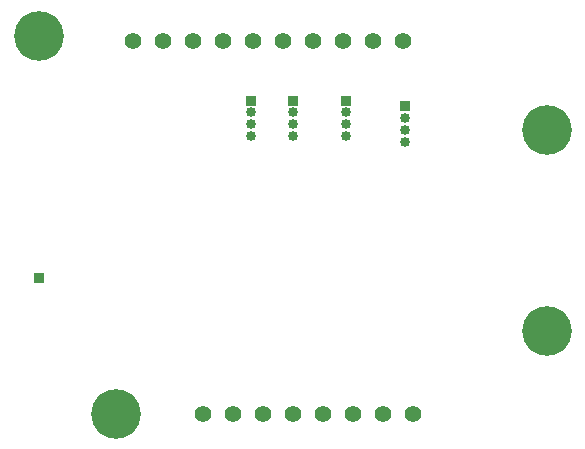
<source format=gbr>
%TF.GenerationSoftware,KiCad,Pcbnew,8.0.5*%
%TF.CreationDate,2024-11-24T20:26:59-06:00*%
%TF.ProjectId,Milestone2,4d696c65-7374-46f6-9e65-322e6b696361,rev?*%
%TF.SameCoordinates,Original*%
%TF.FileFunction,Soldermask,Bot*%
%TF.FilePolarity,Negative*%
%FSLAX46Y46*%
G04 Gerber Fmt 4.6, Leading zero omitted, Abs format (unit mm)*
G04 Created by KiCad (PCBNEW 8.0.5) date 2024-11-24 20:26:59*
%MOMM*%
%LPD*%
G01*
G04 APERTURE LIST*
%ADD10C,4.199890*%
%ADD11C,1.422000*%
%ADD12R,0.850000X0.850000*%
%ADD13O,0.850000X0.850000*%
G04 APERTURE END LIST*
D10*
%TO.C,H2*%
X192000000Y-94500000D03*
%TD*%
D11*
%TO.C,U1*%
X162880000Y-101500000D03*
X165420000Y-101500000D03*
X167960000Y-101500000D03*
X170500000Y-101500000D03*
X173040000Y-101500000D03*
X175580000Y-101500000D03*
X178120000Y-101500000D03*
X180660000Y-101500000D03*
%TD*%
D12*
%TO.C,J1*%
X167000000Y-75000000D03*
D13*
X167000000Y-76000000D03*
X167000000Y-77000000D03*
X167000000Y-78000000D03*
%TD*%
D11*
%TO.C,U5*%
X157000000Y-70000000D03*
X159540000Y-70000000D03*
X162080000Y-70000000D03*
X164620000Y-70000000D03*
X167160000Y-70000000D03*
X169700000Y-70000000D03*
X172240000Y-70000000D03*
X174780000Y-70000000D03*
X177320000Y-70000000D03*
X179860000Y-70000000D03*
%TD*%
D12*
%TO.C,J5*%
X180000000Y-75500000D03*
D13*
X180000000Y-76500000D03*
X180000000Y-77500000D03*
X180000000Y-78500000D03*
%TD*%
D12*
%TO.C,J4*%
X170500000Y-75000000D03*
D13*
X170500000Y-76000000D03*
X170500000Y-77000000D03*
X170500000Y-78000000D03*
%TD*%
D12*
%TO.C,J3*%
X149000000Y-90000000D03*
%TD*%
D10*
%TO.C,H3*%
X155500000Y-101500000D03*
%TD*%
%TO.C,H1*%
X192000000Y-77500000D03*
%TD*%
%TO.C,H4*%
X149000000Y-69500000D03*
%TD*%
D12*
%TO.C,J2*%
X175000000Y-75000000D03*
D13*
X175000000Y-76000000D03*
X175000000Y-77000000D03*
X175000000Y-78000000D03*
%TD*%
M02*

</source>
